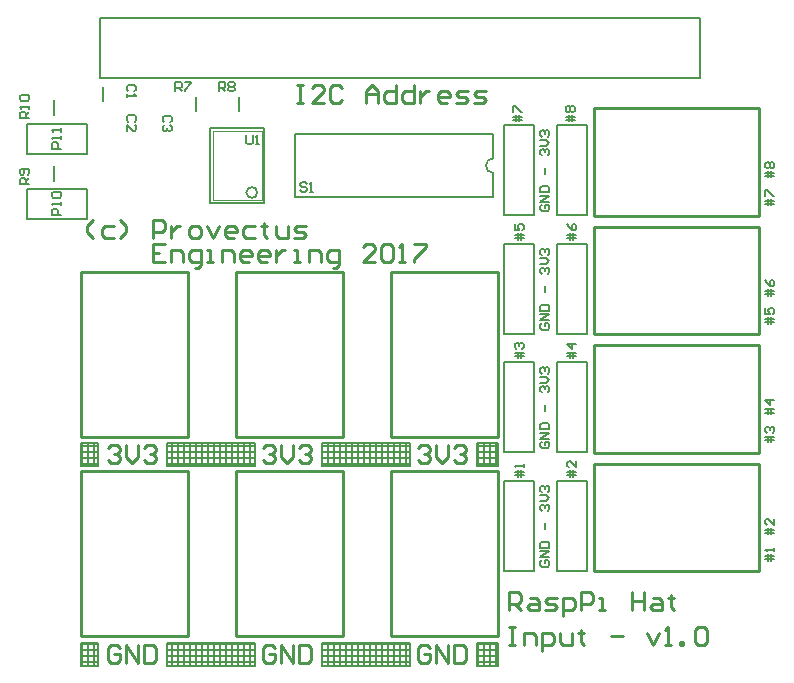
<source format=gto>
G04 Layer_Color=65535*
%FSLAX25Y25*%
%MOIN*%
G70*
G01*
G75*
%ADD23C,0.00787*%
%ADD24C,0.00600*%
%ADD25C,0.01000*%
%ADD26C,0.00200*%
%ADD27C,0.00800*%
D23*
X145394Y-36870D02*
G03*
X145394Y-41870I0J-2500D01*
G01*
X214200Y-10000D02*
Y10000D01*
X14200Y-10000D02*
Y10000D01*
X214200D01*
X14200Y-10000D02*
X214200D01*
X-10200Y-57200D02*
X9800D01*
Y-47200D01*
X-10200D02*
X9800D01*
X-10200Y-57200D02*
Y-47200D01*
X46063Y-21260D02*
Y-16535D01*
X60630Y-21260D02*
Y-16535D01*
X-1000Y-44362D02*
Y-39638D01*
Y-22362D02*
Y-17638D01*
X79094Y-49803D02*
X145394D01*
X79094Y-28937D02*
X145394D01*
X79094Y-49803D02*
Y-28937D01*
X145394Y-49803D02*
Y-41870D01*
Y-36870D02*
Y-28937D01*
X148996Y-95386D02*
X158996D01*
X148996D02*
Y-65386D01*
X158996D01*
Y-95386D02*
Y-65386D01*
X166713Y-95386D02*
X176713D01*
X166713D02*
Y-65386D01*
X176713D01*
Y-95386D02*
Y-65386D01*
X148996Y-174386D02*
X158996D01*
X148996D02*
Y-144386D01*
X158996D01*
Y-174386D02*
Y-144386D01*
X166713Y-174386D02*
X176713D01*
X166713D02*
Y-144386D01*
X176713D01*
Y-174386D02*
Y-144386D01*
X148996Y-134886D02*
X158996D01*
X148996D02*
Y-104886D01*
X158996D01*
Y-134886D02*
Y-104886D01*
X166713Y-134886D02*
X176713D01*
X166713D02*
Y-104886D01*
X176713D01*
Y-134886D02*
Y-104886D01*
X148996Y-55886D02*
X158996D01*
X148996D02*
Y-25886D01*
X158996D01*
Y-55886D02*
Y-25886D01*
X166713Y-55886D02*
X176713D01*
X166713D02*
Y-25886D01*
X176713D01*
Y-55886D02*
Y-25886D01*
X15094Y-17862D02*
Y-13138D01*
X-10200Y-35600D02*
X9800D01*
Y-25600D01*
X-10200D02*
X9800D01*
X-10200Y-35600D02*
Y-25600D01*
D24*
X66639Y-48329D02*
G03*
X66639Y-48329I-1800J0D01*
G01*
X51052Y-51829D02*
X69027D01*
X51052D02*
Y-26911D01*
X69027D01*
Y-51829D02*
Y-26911D01*
X37683Y-24866D02*
X38199Y-24350D01*
Y-23316D01*
X37683Y-22800D01*
X35616D01*
X35100Y-23316D01*
Y-24350D01*
X35616Y-24866D01*
X37683Y-25899D02*
X38199Y-26416D01*
Y-27448D01*
X37683Y-27965D01*
X37166D01*
X36650Y-27448D01*
Y-26932D01*
Y-27448D01*
X36133Y-27965D01*
X35616D01*
X35100Y-27448D01*
Y-26416D01*
X35616Y-25899D01*
X25782Y-24666D02*
X26299Y-24149D01*
Y-23117D01*
X25782Y-22600D01*
X23717D01*
X23200Y-23117D01*
Y-24149D01*
X23717Y-24666D01*
X23200Y-27765D02*
Y-25699D01*
X25266Y-27765D01*
X25782D01*
X26299Y-27248D01*
Y-26215D01*
X25782Y-25699D01*
X1247Y-55753D02*
X-1852D01*
Y-54203D01*
X-1335Y-53687D01*
X-302D01*
X214Y-54203D01*
Y-55753D01*
X1247Y-52654D02*
Y-51621D01*
Y-52137D01*
X-1852D01*
X-1335Y-52654D01*
Y-50071D02*
X-1852Y-49555D01*
Y-48522D01*
X-1335Y-48005D01*
X731D01*
X1247Y-48522D01*
Y-49555D01*
X731Y-50071D01*
X-1335D01*
X39370Y-14567D02*
Y-11468D01*
X40920D01*
X41436Y-11984D01*
Y-13017D01*
X40920Y-13534D01*
X39370D01*
X40403D02*
X41436Y-14567D01*
X42469Y-11468D02*
X44535D01*
Y-11984D01*
X42469Y-14050D01*
Y-14567D01*
X53937D02*
Y-11468D01*
X55487D01*
X56003Y-11984D01*
Y-13017D01*
X55487Y-13534D01*
X53937D01*
X54970D02*
X56003Y-14567D01*
X57036Y-11984D02*
X57552Y-11468D01*
X58586D01*
X59102Y-11984D01*
Y-12501D01*
X58586Y-13017D01*
X59102Y-13534D01*
Y-14050D01*
X58586Y-14567D01*
X57552D01*
X57036Y-14050D01*
Y-13534D01*
X57552Y-13017D01*
X57036Y-12501D01*
Y-11984D01*
X57552Y-13017D02*
X58586D01*
X-9400Y-45600D02*
X-12499D01*
Y-44050D01*
X-11982Y-43534D01*
X-10949D01*
X-10433Y-44050D01*
Y-45600D01*
Y-44567D02*
X-9400Y-43534D01*
X-9917Y-42501D02*
X-9400Y-41985D01*
Y-40951D01*
X-9917Y-40435D01*
X-11982D01*
X-12499Y-40951D01*
Y-41985D01*
X-11982Y-42501D01*
X-11466D01*
X-10949Y-41985D01*
Y-40435D01*
X-9400Y-23500D02*
X-12499D01*
Y-21950D01*
X-11982Y-21434D01*
X-10949D01*
X-10433Y-21950D01*
Y-23500D01*
Y-22467D02*
X-9400Y-21434D01*
Y-20401D02*
Y-19368D01*
Y-19884D01*
X-12499D01*
X-11982Y-20401D01*
Y-17819D02*
X-12499Y-17302D01*
Y-16269D01*
X-11982Y-15753D01*
X-9917D01*
X-9400Y-16269D01*
Y-17302D01*
X-9917Y-17819D01*
X-11982D01*
X83066Y-45417D02*
X82550Y-44901D01*
X81516D01*
X81000Y-45417D01*
Y-45934D01*
X81516Y-46450D01*
X82550D01*
X83066Y-46967D01*
Y-47484D01*
X82550Y-48000D01*
X81516D01*
X81000Y-47484D01*
X84099Y-48000D02*
X85132D01*
X84615D01*
Y-44901D01*
X84099Y-45417D01*
X63000Y-29184D02*
Y-31767D01*
X63516Y-32283D01*
X64549D01*
X65066Y-31767D01*
Y-29184D01*
X66099Y-32283D02*
X67132D01*
X66615D01*
Y-29184D01*
X66099Y-29701D01*
X25677Y-14566D02*
X26193Y-14050D01*
Y-13016D01*
X25677Y-12500D01*
X23611D01*
X23095Y-13016D01*
Y-14050D01*
X23611Y-14566D01*
X23095Y-15599D02*
Y-16632D01*
Y-16116D01*
X26193D01*
X25677Y-15599D01*
X1247Y-33703D02*
X-1852D01*
Y-32154D01*
X-1335Y-31637D01*
X-302D01*
X214Y-32154D01*
Y-33703D01*
X1247Y-30604D02*
Y-29571D01*
Y-30088D01*
X-1852D01*
X-1335Y-30604D01*
X1247Y-28022D02*
Y-26989D01*
Y-27505D01*
X-1852D01*
X-1335Y-28022D01*
X239000Y-170484D02*
X235901D01*
Y-169450D02*
X239000D01*
X236934Y-171000D02*
Y-169450D01*
Y-168934D01*
X237967Y-171000D02*
Y-168934D01*
X239000Y-167901D02*
Y-166868D01*
Y-167385D01*
X235901D01*
X236418Y-167901D01*
X239000Y-161703D02*
X235901D01*
Y-160670D02*
X239000D01*
X236934Y-162220D02*
Y-160670D01*
Y-160153D01*
X237967Y-162220D02*
Y-160153D01*
X239000Y-157054D02*
Y-159121D01*
X236934Y-157054D01*
X236418D01*
X235901Y-157571D01*
Y-158604D01*
X236418Y-159121D01*
X239000Y-130983D02*
X235901D01*
Y-129950D02*
X239000D01*
X236934Y-131500D02*
Y-129950D01*
Y-129434D01*
X237967Y-131500D02*
Y-129434D01*
X236418Y-128401D02*
X235901Y-127884D01*
Y-126851D01*
X236418Y-126335D01*
X236934D01*
X237451Y-126851D01*
Y-127368D01*
Y-126851D01*
X237967Y-126335D01*
X238484D01*
X239000Y-126851D01*
Y-127884D01*
X238484Y-128401D01*
X239000Y-121686D02*
X235901D01*
Y-120653D02*
X239000D01*
X236934Y-122203D02*
Y-120653D01*
Y-120137D01*
X237967Y-122203D02*
Y-120137D01*
X239000Y-117554D02*
X235901D01*
X237451Y-119104D01*
Y-117038D01*
X239000Y-91483D02*
X235901D01*
Y-90451D02*
X239000D01*
X236934Y-92000D02*
Y-90451D01*
Y-89934D01*
X237967Y-92000D02*
Y-89934D01*
X235901Y-86835D02*
Y-88901D01*
X237451D01*
X236934Y-87868D01*
Y-87352D01*
X237451Y-86835D01*
X238484D01*
X239000Y-87352D01*
Y-88384D01*
X238484Y-88901D01*
X239000Y-82187D02*
X235901D01*
Y-81154D02*
X239000D01*
X236934Y-82703D02*
Y-81154D01*
Y-80637D01*
X237967Y-82703D02*
Y-80637D01*
X235901Y-77538D02*
X236418Y-78571D01*
X237451Y-79604D01*
X238484D01*
X239000Y-79088D01*
Y-78054D01*
X238484Y-77538D01*
X237967D01*
X237451Y-78054D01*
Y-79604D01*
X239000Y-52098D02*
X235901D01*
Y-51065D02*
X239000D01*
X236934Y-52614D02*
Y-51065D01*
Y-50548D01*
X237967Y-52614D02*
Y-50548D01*
X235901Y-49515D02*
Y-47449D01*
X236418D01*
X238484Y-49515D01*
X239000D01*
Y-42801D02*
X235901D01*
Y-41768D02*
X239000D01*
X236934Y-43317D02*
Y-41768D01*
Y-41251D01*
X237967Y-43317D02*
Y-41251D01*
X236418Y-40218D02*
X235901Y-39702D01*
Y-38669D01*
X236418Y-38152D01*
X236934D01*
X237451Y-38669D01*
X237967Y-38152D01*
X238484D01*
X239000Y-38669D01*
Y-39702D01*
X238484Y-40218D01*
X237967D01*
X237451Y-39702D01*
X236934Y-40218D01*
X236418D01*
X237451Y-39702D02*
Y-38669D01*
X161417Y-91934D02*
X160901Y-92450D01*
Y-93484D01*
X161417Y-94000D01*
X163484D01*
X164000Y-93484D01*
Y-92450D01*
X163484Y-91934D01*
X162451D01*
Y-92967D01*
X164000Y-90901D02*
X160901D01*
X164000Y-88835D01*
X160901D01*
Y-87802D02*
X164000D01*
Y-86252D01*
X163484Y-85736D01*
X161417D01*
X160901Y-86252D01*
Y-87802D01*
X162451Y-81604D02*
Y-79538D01*
X161417Y-75406D02*
X160901Y-74889D01*
Y-73857D01*
X161417Y-73340D01*
X161934D01*
X162451Y-73857D01*
Y-74373D01*
Y-73857D01*
X162967Y-73340D01*
X163484D01*
X164000Y-73857D01*
Y-74889D01*
X163484Y-75406D01*
X160901Y-72307D02*
X162967D01*
X164000Y-71274D01*
X162967Y-70241D01*
X160901D01*
X161417Y-69208D02*
X160901Y-68691D01*
Y-67659D01*
X161417Y-67142D01*
X161934D01*
X162451Y-67659D01*
Y-68175D01*
Y-67659D01*
X162967Y-67142D01*
X163484D01*
X164000Y-67659D01*
Y-68691D01*
X163484Y-69208D01*
X161417Y-52434D02*
X160901Y-52951D01*
Y-53983D01*
X161417Y-54500D01*
X163484D01*
X164000Y-53983D01*
Y-52951D01*
X163484Y-52434D01*
X162451D01*
Y-53467D01*
X164000Y-51401D02*
X160901D01*
X164000Y-49335D01*
X160901D01*
Y-48302D02*
X164000D01*
Y-46753D01*
X163484Y-46236D01*
X161417D01*
X160901Y-46753D01*
Y-48302D01*
X162451Y-42104D02*
Y-40038D01*
X161417Y-35906D02*
X160901Y-35390D01*
Y-34356D01*
X161417Y-33840D01*
X161934D01*
X162451Y-34356D01*
Y-34873D01*
Y-34356D01*
X162967Y-33840D01*
X163484D01*
X164000Y-34356D01*
Y-35390D01*
X163484Y-35906D01*
X160901Y-32807D02*
X162967D01*
X164000Y-31774D01*
X162967Y-30741D01*
X160901D01*
X161417Y-29708D02*
X160901Y-29191D01*
Y-28159D01*
X161417Y-27642D01*
X161934D01*
X162451Y-28159D01*
Y-28675D01*
Y-28159D01*
X162967Y-27642D01*
X163484D01*
X164000Y-28159D01*
Y-29191D01*
X163484Y-29708D01*
X161417Y-131434D02*
X160901Y-131950D01*
Y-132984D01*
X161417Y-133500D01*
X163484D01*
X164000Y-132984D01*
Y-131950D01*
X163484Y-131434D01*
X162451D01*
Y-132467D01*
X164000Y-130401D02*
X160901D01*
X164000Y-128335D01*
X160901D01*
Y-127302D02*
X164000D01*
Y-125752D01*
X163484Y-125236D01*
X161417D01*
X160901Y-125752D01*
Y-127302D01*
X162451Y-121104D02*
Y-119038D01*
X161417Y-114906D02*
X160901Y-114390D01*
Y-113356D01*
X161417Y-112840D01*
X161934D01*
X162451Y-113356D01*
Y-113873D01*
Y-113356D01*
X162967Y-112840D01*
X163484D01*
X164000Y-113356D01*
Y-114390D01*
X163484Y-114906D01*
X160901Y-111807D02*
X162967D01*
X164000Y-110774D01*
X162967Y-109741D01*
X160901D01*
X161417Y-108708D02*
X160901Y-108192D01*
Y-107159D01*
X161417Y-106642D01*
X161934D01*
X162451Y-107159D01*
Y-107675D01*
Y-107159D01*
X162967Y-106642D01*
X163484D01*
X164000Y-107159D01*
Y-108192D01*
X163484Y-108708D01*
X161417Y-170934D02*
X160901Y-171450D01*
Y-172484D01*
X161417Y-173000D01*
X163484D01*
X164000Y-172484D01*
Y-171450D01*
X163484Y-170934D01*
X162451D01*
Y-171967D01*
X164000Y-169901D02*
X160901D01*
X164000Y-167835D01*
X160901D01*
Y-166802D02*
X164000D01*
Y-165252D01*
X163484Y-164736D01*
X161417D01*
X160901Y-165252D01*
Y-166802D01*
X162451Y-160604D02*
Y-158538D01*
X161417Y-154406D02*
X160901Y-153890D01*
Y-152857D01*
X161417Y-152340D01*
X161934D01*
X162451Y-152857D01*
Y-153373D01*
Y-152857D01*
X162967Y-152340D01*
X163484D01*
X164000Y-152857D01*
Y-153890D01*
X163484Y-154406D01*
X160901Y-151307D02*
X162967D01*
X164000Y-150274D01*
X162967Y-149241D01*
X160901D01*
X161417Y-148208D02*
X160901Y-147692D01*
Y-146659D01*
X161417Y-146142D01*
X161934D01*
X162451Y-146659D01*
Y-147175D01*
Y-146659D01*
X162967Y-146142D01*
X163484D01*
X164000Y-146659D01*
Y-147692D01*
X163484Y-148208D01*
X155500Y-142483D02*
X152401D01*
Y-141451D02*
X155500D01*
X153434Y-143000D02*
Y-141451D01*
Y-140934D01*
X154467Y-143000D02*
Y-140934D01*
X155500Y-139901D02*
Y-138868D01*
Y-139384D01*
X152401D01*
X152918Y-139901D01*
X173000Y-142483D02*
X169901D01*
Y-141451D02*
X173000D01*
X170934Y-143000D02*
Y-141451D01*
Y-140934D01*
X171967Y-143000D02*
Y-140934D01*
X173000Y-137835D02*
Y-139901D01*
X170934Y-137835D01*
X170417D01*
X169901Y-138352D01*
Y-139384D01*
X170417Y-139901D01*
X173000Y-102983D02*
X169901D01*
Y-101951D02*
X173000D01*
X170934Y-103500D02*
Y-101951D01*
Y-101434D01*
X171967Y-103500D02*
Y-101434D01*
X173000Y-98852D02*
X169901D01*
X171450Y-100401D01*
Y-98335D01*
X155500Y-102983D02*
X152401D01*
Y-101951D02*
X155500D01*
X153434Y-103500D02*
Y-101951D01*
Y-101434D01*
X154467Y-103500D02*
Y-101434D01*
X152918Y-100401D02*
X152401Y-99884D01*
Y-98852D01*
X152918Y-98335D01*
X153434D01*
X153951Y-98852D01*
Y-99368D01*
Y-98852D01*
X154467Y-98335D01*
X154983D01*
X155500Y-98852D01*
Y-99884D01*
X154983Y-100401D01*
X173000Y-63484D02*
X169901D01*
Y-62450D02*
X173000D01*
X170934Y-64000D02*
Y-62450D01*
Y-61934D01*
X171967Y-64000D02*
Y-61934D01*
X169901Y-58835D02*
X170417Y-59868D01*
X171450Y-60901D01*
X172484D01*
X173000Y-60385D01*
Y-59351D01*
X172484Y-58835D01*
X171967D01*
X171450Y-59351D01*
Y-60901D01*
X155500Y-63484D02*
X152401D01*
Y-62450D02*
X155500D01*
X153434Y-64000D02*
Y-62450D01*
Y-61934D01*
X154467Y-64000D02*
Y-61934D01*
X152401Y-58835D02*
Y-60901D01*
X153951D01*
X153434Y-59868D01*
Y-59351D01*
X153951Y-58835D01*
X154983D01*
X155500Y-59351D01*
Y-60385D01*
X154983Y-60901D01*
X172504Y-24098D02*
X169405D01*
Y-23065D02*
X172504D01*
X170438Y-24614D02*
Y-23065D01*
Y-22548D01*
X171471Y-24614D02*
Y-22548D01*
X169921Y-21515D02*
X169405Y-20999D01*
Y-19966D01*
X169921Y-19449D01*
X170438D01*
X170954Y-19966D01*
X171471Y-19449D01*
X171987D01*
X172504Y-19966D01*
Y-20999D01*
X171987Y-21515D01*
X171471D01*
X170954Y-20999D01*
X170438Y-21515D01*
X169921D01*
X170954Y-20999D02*
Y-19966D01*
X155004Y-24098D02*
X151905D01*
Y-23065D02*
X155004D01*
X152938Y-24614D02*
Y-23065D01*
Y-22548D01*
X153971Y-24614D02*
Y-22548D01*
X151905Y-21515D02*
Y-19449D01*
X152421D01*
X154487Y-21515D01*
X155004D01*
D25*
X178799Y-95504D02*
X233917D01*
X178799Y-59756D02*
X233917D01*
Y-95504D02*
Y-59756D01*
X178799Y-95504D02*
Y-59756D01*
Y-174504D02*
X233917D01*
X178799Y-138756D02*
X233917D01*
Y-174504D02*
Y-138756D01*
X178799Y-174504D02*
Y-138756D01*
Y-135004D02*
X233917D01*
X178799Y-99256D02*
X233917D01*
Y-135004D02*
Y-99256D01*
X178799Y-135004D02*
Y-99256D01*
Y-56004D02*
X233917D01*
X178799Y-20256D02*
X233917D01*
Y-56004D02*
Y-20256D01*
X178799Y-56004D02*
Y-20256D01*
X7874Y-196303D02*
Y-141185D01*
X43622Y-196303D02*
Y-141185D01*
X7874Y-196303D02*
X43622D01*
X7874Y-141185D02*
X43622D01*
X59547Y-196303D02*
Y-141185D01*
X95295Y-196303D02*
Y-141185D01*
X59547Y-196303D02*
X95295D01*
X59547Y-141185D02*
X95295D01*
X111221Y-196303D02*
Y-141185D01*
X146968Y-196303D02*
Y-141185D01*
X111221Y-196303D02*
X146968D01*
X111221Y-141185D02*
X146968D01*
X7874Y-129921D02*
Y-74803D01*
X43622Y-129921D02*
Y-74803D01*
X7874Y-129921D02*
X43622D01*
X7874Y-74803D02*
X43622D01*
X59547Y-129921D02*
Y-74803D01*
X95295Y-129921D02*
Y-74803D01*
X59547Y-129921D02*
X95295D01*
X59547Y-74803D02*
X95295D01*
X111221Y-129921D02*
Y-74803D01*
X146968Y-129921D02*
Y-74803D01*
X111221Y-129921D02*
X146968D01*
X111221Y-74803D02*
X146968D01*
X150500Y-187500D02*
Y-181502D01*
X153499D01*
X154499Y-182502D01*
Y-184501D01*
X153499Y-185501D01*
X150500D01*
X152499D02*
X154499Y-187500D01*
X157498Y-183501D02*
X159497D01*
X160497Y-184501D01*
Y-187500D01*
X157498D01*
X156498Y-186500D01*
X157498Y-185501D01*
X160497D01*
X162496Y-187500D02*
X165495D01*
X166495Y-186500D01*
X165495Y-185501D01*
X163496D01*
X162496Y-184501D01*
X163496Y-183501D01*
X166495D01*
X168494Y-189499D02*
Y-183501D01*
X171493D01*
X172493Y-184501D01*
Y-186500D01*
X171493Y-187500D01*
X168494D01*
X174492D02*
Y-181502D01*
X177491D01*
X178491Y-182502D01*
Y-184501D01*
X177491Y-185501D01*
X174492D01*
X180490Y-187500D02*
X182490D01*
X181490D01*
Y-183501D01*
X180490D01*
X191487Y-181502D02*
Y-187500D01*
Y-184501D01*
X195485D01*
Y-181502D01*
Y-187500D01*
X198485Y-183501D02*
X200484D01*
X201483Y-184501D01*
Y-187500D01*
X198485D01*
X197485Y-186500D01*
X198485Y-185501D01*
X201483D01*
X204483Y-182502D02*
Y-183501D01*
X203483D01*
X205482D01*
X204483D01*
Y-186500D01*
X205482Y-187500D01*
X80000Y-12502D02*
X81999D01*
X81000D01*
Y-18500D01*
X80000D01*
X81999D01*
X88997D02*
X84998D01*
X88997Y-14501D01*
Y-13502D01*
X87997Y-12502D01*
X85998D01*
X84998Y-13502D01*
X94995D02*
X93995Y-12502D01*
X91996D01*
X90996Y-13502D01*
Y-17500D01*
X91996Y-18500D01*
X93995D01*
X94995Y-17500D01*
X102993Y-18500D02*
Y-14501D01*
X104992Y-12502D01*
X106991Y-14501D01*
Y-18500D01*
Y-15501D01*
X102993D01*
X112989Y-12502D02*
Y-18500D01*
X109990D01*
X108991Y-17500D01*
Y-15501D01*
X109990Y-14501D01*
X112989D01*
X118987Y-12502D02*
Y-18500D01*
X115988D01*
X114989Y-17500D01*
Y-15501D01*
X115988Y-14501D01*
X118987D01*
X120987D02*
Y-18500D01*
Y-16501D01*
X121986Y-15501D01*
X122986Y-14501D01*
X123986D01*
X129984Y-18500D02*
X127984D01*
X126985Y-17500D01*
Y-15501D01*
X127984Y-14501D01*
X129984D01*
X130983Y-15501D01*
Y-16501D01*
X126985D01*
X132983Y-18500D02*
X135982D01*
X136982Y-17500D01*
X135982Y-16501D01*
X133983D01*
X132983Y-15501D01*
X133983Y-14501D01*
X136982D01*
X138981Y-18500D02*
X141980D01*
X142980Y-17500D01*
X141980Y-16501D01*
X139981D01*
X138981Y-15501D01*
X139981Y-14501D01*
X142980D01*
X150500Y-193002D02*
X152499D01*
X151500D01*
Y-199000D01*
X150500D01*
X152499D01*
X155498D02*
Y-195001D01*
X158497D01*
X159497Y-196001D01*
Y-199000D01*
X161496Y-200999D02*
Y-195001D01*
X164496D01*
X165495Y-196001D01*
Y-198000D01*
X164496Y-199000D01*
X161496D01*
X167494Y-195001D02*
Y-198000D01*
X168494Y-199000D01*
X171493D01*
Y-195001D01*
X174492Y-194002D02*
Y-195001D01*
X173493D01*
X175492D01*
X174492D01*
Y-198000D01*
X175492Y-199000D01*
X184489Y-196001D02*
X188488D01*
X196485Y-195001D02*
X198485Y-199000D01*
X200484Y-195001D01*
X202483Y-199000D02*
X204483D01*
X203483D01*
Y-193002D01*
X202483Y-194002D01*
X207482Y-199000D02*
Y-198000D01*
X208481D01*
Y-199000D01*
X207482D01*
X212480Y-194002D02*
X213480Y-193002D01*
X215479D01*
X216479Y-194002D01*
Y-198000D01*
X215479Y-199000D01*
X213480D01*
X212480Y-198000D01*
Y-194002D01*
X35999Y-65502D02*
X32000D01*
Y-71500D01*
X35999D01*
X32000Y-68501D02*
X33999D01*
X37998Y-71500D02*
Y-67501D01*
X40997D01*
X41997Y-68501D01*
Y-71500D01*
X45996Y-73499D02*
X46995D01*
X47995Y-72500D01*
Y-67501D01*
X44996D01*
X43996Y-68501D01*
Y-70500D01*
X44996Y-71500D01*
X47995D01*
X49994D02*
X51994D01*
X50994D01*
Y-67501D01*
X49994D01*
X54993Y-71500D02*
Y-67501D01*
X57992D01*
X58991Y-68501D01*
Y-71500D01*
X63990D02*
X61990D01*
X60991Y-70500D01*
Y-68501D01*
X61990Y-67501D01*
X63990D01*
X64989Y-68501D01*
Y-69501D01*
X60991D01*
X69988Y-71500D02*
X67988D01*
X66989Y-70500D01*
Y-68501D01*
X67988Y-67501D01*
X69988D01*
X70987Y-68501D01*
Y-69501D01*
X66989D01*
X72987Y-67501D02*
Y-71500D01*
Y-69501D01*
X73986Y-68501D01*
X74986Y-67501D01*
X75986D01*
X78985Y-71500D02*
X80984D01*
X79984D01*
Y-67501D01*
X78985D01*
X83983Y-71500D02*
Y-67501D01*
X86982D01*
X87982Y-68501D01*
Y-71500D01*
X91981Y-73499D02*
X92980D01*
X93980Y-72500D01*
Y-67501D01*
X90981D01*
X89981Y-68501D01*
Y-70500D01*
X90981Y-71500D01*
X93980D01*
X105976D02*
X101977D01*
X105976Y-67501D01*
Y-66502D01*
X104976Y-65502D01*
X102977D01*
X101977Y-66502D01*
X107975D02*
X108975Y-65502D01*
X110975D01*
X111974Y-66502D01*
Y-70500D01*
X110975Y-71500D01*
X108975D01*
X107975Y-70500D01*
Y-66502D01*
X113973Y-71500D02*
X115973D01*
X114973D01*
Y-65502D01*
X113973Y-66502D01*
X118972Y-65502D02*
X122971D01*
Y-66502D01*
X118972Y-70500D01*
Y-71500D01*
X11999Y-63500D02*
X10000Y-61501D01*
Y-59501D01*
X11999Y-57502D01*
X18997Y-59501D02*
X15998D01*
X14998Y-60501D01*
Y-62500D01*
X15998Y-63500D01*
X18997D01*
X20996D02*
X22996Y-61501D01*
Y-59501D01*
X20996Y-57502D01*
X31993Y-63500D02*
Y-57502D01*
X34992D01*
X35992Y-58502D01*
Y-60501D01*
X34992Y-61501D01*
X31993D01*
X37991Y-59501D02*
Y-63500D01*
Y-61501D01*
X38991Y-60501D01*
X39990Y-59501D01*
X40990D01*
X44989Y-63500D02*
X46988D01*
X47988Y-62500D01*
Y-60501D01*
X46988Y-59501D01*
X44989D01*
X43989Y-60501D01*
Y-62500D01*
X44989Y-63500D01*
X49987Y-59501D02*
X51986Y-63500D01*
X53986Y-59501D01*
X58984Y-63500D02*
X56985D01*
X55985Y-62500D01*
Y-60501D01*
X56985Y-59501D01*
X58984D01*
X59984Y-60501D01*
Y-61501D01*
X55985D01*
X65982Y-59501D02*
X62983D01*
X61983Y-60501D01*
Y-62500D01*
X62983Y-63500D01*
X65982D01*
X68981Y-58502D02*
Y-59501D01*
X67981D01*
X69981D01*
X68981D01*
Y-62500D01*
X69981Y-63500D01*
X72980Y-59501D02*
Y-62500D01*
X73979Y-63500D01*
X76978D01*
Y-59501D01*
X78978Y-63500D02*
X81977D01*
X82976Y-62500D01*
X81977Y-61501D01*
X79977D01*
X78978Y-60501D01*
X79977Y-59501D01*
X82976D01*
X20999Y-200002D02*
X19999Y-199002D01*
X18000D01*
X17000Y-200002D01*
Y-204000D01*
X18000Y-205000D01*
X19999D01*
X20999Y-204000D01*
Y-202001D01*
X18999D01*
X22998Y-205000D02*
Y-199002D01*
X26997Y-205000D01*
Y-199002D01*
X28996D02*
Y-205000D01*
X31995D01*
X32995Y-204000D01*
Y-200002D01*
X31995Y-199002D01*
X28996D01*
X72672Y-200002D02*
X71672Y-199002D01*
X69673D01*
X68673Y-200002D01*
Y-204000D01*
X69673Y-205000D01*
X71672D01*
X72672Y-204000D01*
Y-202001D01*
X70673D01*
X74671Y-205000D02*
Y-199002D01*
X78670Y-205000D01*
Y-199002D01*
X80669D02*
Y-205000D01*
X83668D01*
X84668Y-204000D01*
Y-200002D01*
X83668Y-199002D01*
X80669D01*
X124345Y-200002D02*
X123345Y-199002D01*
X121346D01*
X120346Y-200002D01*
Y-204000D01*
X121346Y-205000D01*
X123345D01*
X124345Y-204000D01*
Y-202001D01*
X122346D01*
X126345Y-205000D02*
Y-199002D01*
X130343Y-205000D01*
Y-199002D01*
X132343D02*
Y-205000D01*
X135342D01*
X136341Y-204000D01*
Y-200002D01*
X135342Y-199002D01*
X132343D01*
X17000Y-133420D02*
X18000Y-132420D01*
X19999D01*
X20999Y-133420D01*
Y-134419D01*
X19999Y-135419D01*
X18999D01*
X19999D01*
X20999Y-136419D01*
Y-137418D01*
X19999Y-138418D01*
X18000D01*
X17000Y-137418D01*
X22998Y-132420D02*
Y-136419D01*
X24997Y-138418D01*
X26997Y-136419D01*
Y-132420D01*
X28996Y-133420D02*
X29996Y-132420D01*
X31995D01*
X32995Y-133420D01*
Y-134419D01*
X31995Y-135419D01*
X30996D01*
X31995D01*
X32995Y-136419D01*
Y-137418D01*
X31995Y-138418D01*
X29996D01*
X28996Y-137418D01*
X68673Y-133420D02*
X69673Y-132420D01*
X71672D01*
X72672Y-133420D01*
Y-134419D01*
X71672Y-135419D01*
X70673D01*
X71672D01*
X72672Y-136419D01*
Y-137418D01*
X71672Y-138418D01*
X69673D01*
X68673Y-137418D01*
X74671Y-132420D02*
Y-136419D01*
X76671Y-138418D01*
X78670Y-136419D01*
Y-132420D01*
X80669Y-133420D02*
X81669Y-132420D01*
X83668D01*
X84668Y-133420D01*
Y-134419D01*
X83668Y-135419D01*
X82669D01*
X83668D01*
X84668Y-136419D01*
Y-137418D01*
X83668Y-138418D01*
X81669D01*
X80669Y-137418D01*
X120346Y-133420D02*
X121346Y-132420D01*
X123345D01*
X124345Y-133420D01*
Y-134419D01*
X123345Y-135419D01*
X122346D01*
X123345D01*
X124345Y-136419D01*
Y-137418D01*
X123345Y-138418D01*
X121346D01*
X120346Y-137418D01*
X126345Y-132420D02*
Y-136419D01*
X128344Y-138418D01*
X130343Y-136419D01*
Y-132420D01*
X132343Y-133420D02*
X133342Y-132420D01*
X135342D01*
X136341Y-133420D01*
Y-134419D01*
X135342Y-135419D01*
X134342D01*
X135342D01*
X136341Y-136419D01*
Y-137418D01*
X135342Y-138418D01*
X133342D01*
X132343Y-137418D01*
D26*
X51952Y-50929D02*
X68127D01*
X51952D02*
Y-27811D01*
X68127D01*
Y-50929D02*
Y-27811D01*
D27*
X38200Y-206000D02*
Y-198500D01*
X36500Y-206000D02*
Y-198500D01*
Y-206000D02*
X66000D01*
X42200D02*
Y-198500D01*
X44200Y-206000D02*
Y-198500D01*
X36500Y-204700D02*
X66000D01*
X36500Y-202700D02*
X66000D01*
X40200Y-206000D02*
Y-198500D01*
X36500Y-200700D02*
X66000D01*
X36500Y-198500D02*
X66000D01*
X36500Y-198700D02*
X66000D01*
X60200Y-206000D02*
Y-198500D01*
X58200Y-206000D02*
Y-198500D01*
X66000Y-206000D02*
Y-198500D01*
X62200Y-206000D02*
Y-198500D01*
X64200Y-206000D02*
Y-198500D01*
X50200Y-206000D02*
Y-198500D01*
X46200Y-206000D02*
Y-198500D01*
X48200Y-206000D02*
Y-198500D01*
X56200Y-206000D02*
Y-198500D01*
X52200Y-206000D02*
Y-198500D01*
X54200Y-206000D02*
Y-198500D01*
X88200Y-206000D02*
Y-198500D01*
X88173Y-206000D02*
Y-198500D01*
Y-206000D02*
X117673D01*
X92200D02*
Y-198500D01*
X94200Y-206000D02*
Y-198500D01*
X88173Y-204700D02*
X117673D01*
X88173Y-202700D02*
X117673D01*
X90200Y-206000D02*
Y-198500D01*
X88173Y-200700D02*
X117673D01*
X88173Y-198500D02*
X117673D01*
X88173Y-198700D02*
X117673D01*
X112200Y-206000D02*
Y-198500D01*
X108200Y-206000D02*
Y-198500D01*
X110200Y-206000D02*
Y-198500D01*
X117673Y-206000D02*
Y-198500D01*
X114200Y-206000D02*
Y-198500D01*
X116200Y-206000D02*
Y-198500D01*
X100200Y-206000D02*
Y-198500D01*
X96200Y-206000D02*
Y-198500D01*
X98200Y-206000D02*
Y-198500D01*
X106200Y-206000D02*
Y-198500D01*
X102200Y-206000D02*
Y-198500D01*
X104200Y-206000D02*
Y-198500D01*
X139847Y-206000D02*
Y-198500D01*
Y-206000D02*
X147000D01*
X139847Y-204700D02*
X147000D01*
X139847Y-198500D02*
X147000D01*
X139847Y-200700D02*
X147000D01*
X139847Y-198700D02*
X147000D01*
X144200Y-206000D02*
Y-198500D01*
X147000Y-206000D02*
Y-198500D01*
X146200Y-206000D02*
Y-198500D01*
X140200Y-206000D02*
Y-198500D01*
X139847Y-202700D02*
X147000D01*
X142200Y-206000D02*
Y-198500D01*
X8000Y-206004D02*
Y-198504D01*
Y-206004D02*
X13689D01*
X8000Y-198504D02*
X13689D01*
X8000Y-204700D02*
X13689D01*
X8000Y-198700D02*
X13689D01*
X10200Y-206004D02*
Y-198504D01*
X13689Y-206004D02*
Y-198504D01*
X12200Y-206004D02*
Y-198504D01*
X8200Y-206004D02*
Y-198504D01*
X8000Y-202700D02*
X13689D01*
X8000Y-200700D02*
X13689D01*
X8000Y-139422D02*
Y-131922D01*
Y-139422D02*
X13689D01*
X8000Y-131922D02*
X13689D01*
X8000Y-138700D02*
X13689D01*
X8000Y-132700D02*
X13689D01*
X10200Y-139422D02*
Y-131922D01*
X13689Y-139422D02*
Y-131922D01*
X12200Y-139422D02*
Y-131922D01*
X8200Y-139422D02*
Y-131922D01*
X8000Y-136700D02*
X13689D01*
X8000Y-134700D02*
X13689D01*
X139847Y-139418D02*
Y-131918D01*
Y-139418D02*
X147000D01*
X139847Y-138700D02*
X147000D01*
X139847Y-131918D02*
X147000D01*
X139847Y-134700D02*
X147000D01*
X139847Y-132700D02*
X147000D01*
X144200Y-139418D02*
Y-131918D01*
X147000Y-139418D02*
Y-131918D01*
X146200Y-139418D02*
Y-131918D01*
X140200Y-139418D02*
Y-131918D01*
X139847Y-136700D02*
X147000D01*
X142200Y-139418D02*
Y-131918D01*
X88200Y-139418D02*
Y-131918D01*
X88173Y-139418D02*
Y-131918D01*
Y-139418D02*
X117673D01*
X92200D02*
Y-131918D01*
X94200Y-139418D02*
Y-131918D01*
X88173Y-138700D02*
X117673D01*
X88173Y-136700D02*
X117673D01*
X90200Y-139418D02*
Y-131918D01*
X88173Y-134700D02*
X117673D01*
X88173Y-131918D02*
X117673D01*
X88173Y-132700D02*
X117673D01*
X112200Y-139418D02*
Y-131918D01*
X108200Y-139418D02*
Y-131918D01*
X110200Y-139418D02*
Y-131918D01*
X117673Y-139418D02*
Y-131918D01*
X114200Y-139418D02*
Y-131918D01*
X116200Y-139418D02*
Y-131918D01*
X100200Y-139418D02*
Y-131918D01*
X96200Y-139418D02*
Y-131918D01*
X98200Y-139418D02*
Y-131918D01*
X106200Y-139418D02*
Y-131918D01*
X102200Y-139418D02*
Y-131918D01*
X104200Y-139418D02*
Y-131918D01*
X38200Y-139418D02*
Y-131918D01*
X36500Y-139418D02*
Y-131918D01*
Y-139418D02*
X66000D01*
X42200D02*
Y-131918D01*
X44200Y-139418D02*
Y-131918D01*
X36500Y-138700D02*
X66000D01*
X36500Y-136700D02*
X66000D01*
X40200Y-139418D02*
Y-131918D01*
X36500Y-134700D02*
X66000D01*
X36500Y-131918D02*
X66000D01*
X36500Y-132700D02*
X66000D01*
X60200Y-139418D02*
Y-131918D01*
X58200Y-139418D02*
Y-131918D01*
X66000Y-139418D02*
Y-131918D01*
X62200Y-139418D02*
Y-131918D01*
X64200Y-139418D02*
Y-131918D01*
X50200Y-139418D02*
Y-131918D01*
X46200Y-139418D02*
Y-131918D01*
X48200Y-139418D02*
Y-131918D01*
X56200Y-139418D02*
Y-131918D01*
X52200Y-139418D02*
Y-131918D01*
X54200Y-139418D02*
Y-131918D01*
M02*

</source>
